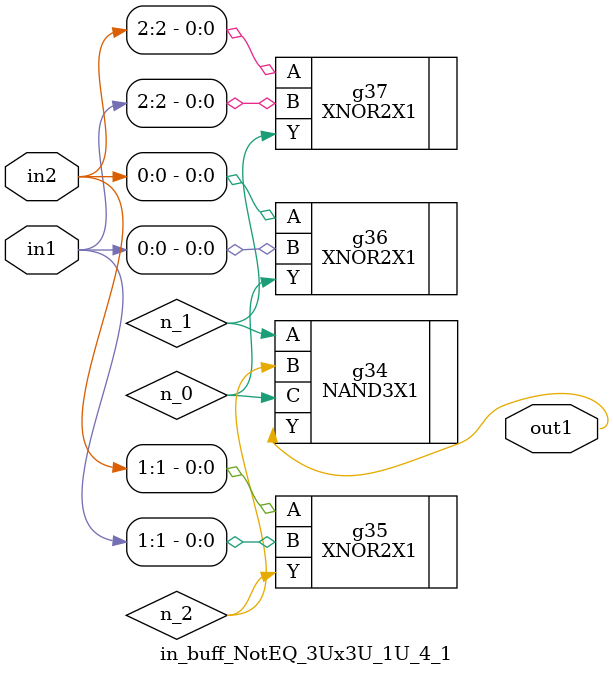
<source format=v>
`timescale 1ps / 1ps


module in_buff_NotEQ_3Ux3U_1U_4_1(in2, in1, out1);
  input [2:0] in2, in1;
  output out1;
  wire [2:0] in2, in1;
  wire out1;
  wire n_0, n_1, n_2;
  NAND3X1 g34(.A (n_1), .B (n_2), .C (n_0), .Y (out1));
  XNOR2X1 g35(.A (in2[1]), .B (in1[1]), .Y (n_2));
  XNOR2X1 g37(.A (in2[2]), .B (in1[2]), .Y (n_1));
  XNOR2X1 g36(.A (in2[0]), .B (in1[0]), .Y (n_0));
endmodule



</source>
